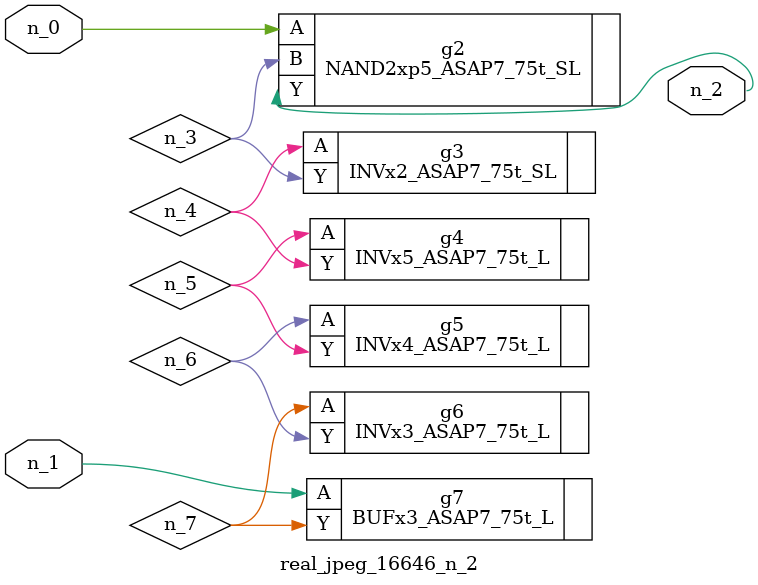
<source format=v>
module real_jpeg_16646_n_2 (n_1, n_0, n_2);

input n_1;
input n_0;

output n_2;

wire n_5;
wire n_4;
wire n_6;
wire n_7;
wire n_3;

NAND2xp5_ASAP7_75t_SL g2 ( 
.A(n_0),
.B(n_3),
.Y(n_2)
);

BUFx3_ASAP7_75t_L g7 ( 
.A(n_1),
.Y(n_7)
);

INVx2_ASAP7_75t_SL g3 ( 
.A(n_4),
.Y(n_3)
);

INVx5_ASAP7_75t_L g4 ( 
.A(n_5),
.Y(n_4)
);

INVx4_ASAP7_75t_L g5 ( 
.A(n_6),
.Y(n_5)
);

INVx3_ASAP7_75t_L g6 ( 
.A(n_7),
.Y(n_6)
);


endmodule
</source>
